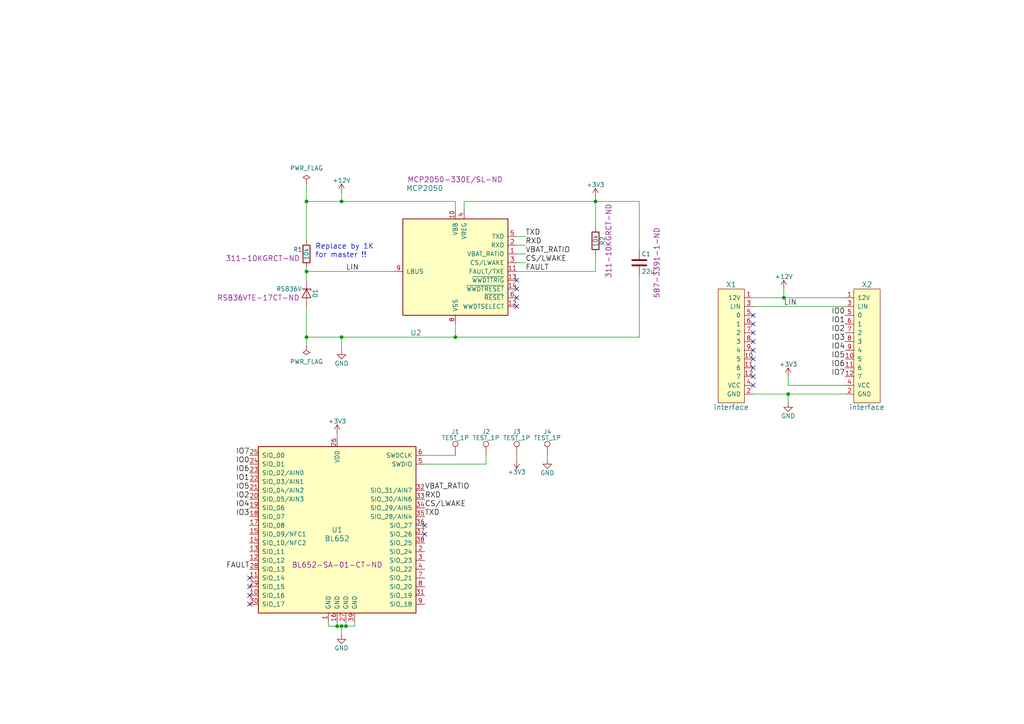
<source format=kicad_sch>
(kicad_sch (version 20230121) (generator eeschema)
  (paper "A4")
  (lib_symbols
    (symbol "bl652-rescue:+12V" (power) (pin_names (offset 0))
      (property "Value" "+12V" (at 0 3.556 0))
      (symbol "+12V_0_1"
        (polyline (pts (xy -0.762 1.27) (xy 0 2.54)))
        (polyline (pts (xy 0 0) (xy 0 2.54)))
        (polyline (pts (xy 0 2.54) (xy 0.762 1.27)))
      )
      (symbol "+12V_1_1"
        (pin power_in line (at 0 0 90) (length 0) hide (name "+12V") (number "1"))
      )
    )
    (symbol "bl652-rescue:+3V3" (power) (pin_names (offset 0))
      (property "Value" "+3V3" (at 0 3.556 0))
      (symbol "+3V3_0_1"
        (polyline (pts (xy -0.762 1.27) (xy 0 2.54)))
        (polyline (pts (xy 0 0) (xy 0 2.54)))
        (polyline (pts (xy 0 2.54) (xy 0.762 1.27)))
      )
      (symbol "+3V3_1_1"
        (pin power_in line (at 0 0 90) (length 0) hide (name "+3V3") (number "1"))
      )
    )
    (symbol "bl652-rescue:C" (pin_numbers hide) (pin_names (offset 0.254))
      (property "Reference" "C" (at 0.635 2.54 0))
      (property "Value" "C" (at 0.635 -2.54 0))
      (symbol "C_0_1"
        (polyline (pts (xy -2.032 -0.762) (xy 2.032 -0.762)) (stroke (width 0.508)))
        (polyline (pts (xy -2.032 0.762) (xy 2.032 0.762)) (stroke (width 0.508)))
      )
      (symbol "C_1_1"
        (pin passive line (at 0 3.81 270) (length 2.794) (name "~") (number "1"))
        (pin passive line (at 0 -3.81 90) (length 2.794) (name "~") (number "2"))
      )
    )
    (symbol "bl652-rescue:D_Zener" (pin_numbers hide) (pin_names (offset 1.016) hide)
      (property "Reference" "D" (at 0 2.54 0))
      (property "Value" "D_Zener" (at 0 -2.54 0))
      (symbol "D_Zener_0_1"
        (polyline (pts (xy 1.27 0) (xy -1.27 0)))
        (polyline (pts (xy -1.27 -1.27) (xy -1.27 1.27) (xy -0.762 1.27)) (stroke (width 0.2032)))
        (polyline (pts (xy 1.27 -1.27) (xy 1.27 1.27) (xy -1.27 0) (xy 1.27 -1.27)) (stroke (width 0.2032)))
      )
      (symbol "D_Zener_1_1"
        (pin passive line (at -3.81 0 0) (length 2.54) (name "K") (number "1"))
        (pin passive line (at 3.81 0 180) (length 2.54) (name "A") (number "2"))
      )
    )
    (symbol "bl652-rescue:GND" (power) (pin_names (offset 0))
      (property "Value" "GND" (at 0 -3.81 0))
      (symbol "GND_0_1"
        (polyline (pts (xy 0 0) (xy 0 -1.27) (xy 1.27 -1.27) (xy 0 -2.54) (xy -1.27 -1.27) (xy 0 -1.27)))
      )
      (symbol "GND_1_1"
        (pin power_in line (at 0 0 270) (length 0) hide (name "GND") (number "1"))
      )
    )
    (symbol "bl652-rescue:PWR_FLAG" (power) (pin_numbers hide) (pin_names (offset 0) hide)
      (property "Value" "PWR_FLAG" (at 0 3.81 0))
      (symbol "PWR_FLAG_0_0"
        (pin power_out line (at 0 0 90) (length 0) (name "pwr") (number "1"))
      )
      (symbol "PWR_FLAG_0_1"
        (polyline (pts (xy 0 0) (xy 0 1.27) (xy -1.016 1.905) (xy 0 2.54) (xy 1.016 1.905) (xy 0 1.27)))
      )
    )
    (symbol "bl652-rescue:R" (pin_numbers hide) (pin_names (offset 0))
      (property "Reference" "R" (at 2.032 0 90))
      (property "Value" "R" (at 0 0 90))
      (symbol "R_0_1"
        (rectangle (start -1.016 -2.54) (end 1.016 2.54) (stroke (width 0.254)))
      )
      (symbol "R_1_1"
        (pin passive line (at 0 3.81 270) (length 1.27) (name "~") (number "1"))
        (pin passive line (at 0 -3.81 90) (length 1.27) (name "~") (number "2"))
      )
    )
    (symbol "bl652-rescue:TEST_1P" (pin_numbers hide) (pin_names (offset 0.762) hide)
      (property "Reference" "J" (at 0 6.858 0))
      (property "Value" "TEST_1P" (at 0 5.08 0))
      (symbol "TEST_1P_0_1"
        (circle (center 0 3.302) (radius 0.762))
      )
      (symbol "TEST_1P_1_1"
        (pin passive line (at 0 0 90) (length 2.54) (name "1") (number "1"))
      )
    )
    (symbol "bl652:BL652" (pin_names (offset 1.016))
      (property "Reference" "U" (at 0 1.27 0))
      (property "Value" "BL652" (at 0 -1.27 0))
      (symbol "BL652_0_1"
        (rectangle (start 22.86 25.4) (end -22.86 -22.86) (stroke (width 0.254)) (fill (type background)))
      )
      (symbol "BL652_1_1"
        (pin power_in line (at -2.54 -25.4 90) (length 2.54) (name "GND") (number "1"))
        (pin bidirectional line (at -25.4 -17.78 0) (length 2.54) (name "SIO_16") (number "10"))
        (pin bidirectional line (at -25.4 -12.7 0) (length 2.54) (name "SIO_14") (number "11"))
        (pin bidirectional line (at -25.4 -7.62 0) (length 2.54) (name "SIO_12") (number "12"))
        (pin bidirectional line (at -25.4 -5.08 0) (length 2.54) (name "SIO_11") (number "13"))
        (pin bidirectional line (at -25.4 -2.54 0) (length 2.54) (name "SIO_10/NFC2") (number "14"))
        (pin bidirectional line (at -25.4 0 0) (length 2.54) (name "SIO_09/NFC1") (number "15"))
        (pin power_in line (at 0 -25.4 90) (length 2.54) (name "GND") (number "16"))
        (pin bidirectional line (at -25.4 2.54 0) (length 2.54) (name "SIO_08") (number "17"))
        (pin bidirectional line (at -25.4 5.08 0) (length 2.54) (name "SIO_07") (number "18"))
        (pin bidirectional line (at -25.4 7.62 0) (length 2.54) (name "SIO_06") (number "19"))
        (pin bidirectional line (at 25.4 -5.08 180) (length 2.54) (name "SIO_24") (number "2"))
        (pin bidirectional line (at -25.4 10.16 0) (length 2.54) (name "SIO_05/AIN3") (number "20"))
        (pin bidirectional line (at -25.4 12.7 0) (length 2.54) (name "SIO_04/AIN2") (number "21"))
        (pin bidirectional line (at -25.4 15.24 0) (length 2.54) (name "SIO_03/AIN1") (number "22"))
        (pin bidirectional line (at -25.4 17.78 0) (length 2.54) (name "SIO_02/AIN0") (number "23"))
        (pin bidirectional line (at -25.4 20.32 0) (length 2.54) (name "SIO_01") (number "24"))
        (pin bidirectional line (at -25.4 22.86 0) (length 2.54) (name "SIO_00") (number "25"))
        (pin power_in line (at 0 27.94 270) (length 2.54) (name "VDD") (number "26"))
        (pin power_in line (at 2.54 -25.4 90) (length 2.54) (name "GND") (number "27"))
        (pin bidirectional line (at -25.4 -10.16 0) (length 2.54) (name "SIO_13") (number "28"))
        (pin bidirectional line (at -25.4 -15.24 0) (length 2.54) (name "SIO_15") (number "29"))
        (pin bidirectional line (at 25.4 -7.62 180) (length 2.54) (name "SIO_23") (number "3"))
        (pin bidirectional line (at -25.4 -20.32 0) (length 2.54) (name "SIO_17") (number "30"))
        (pin bidirectional line (at 25.4 -17.78 180) (length 2.54) (name "SIO_19") (number "31"))
        (pin bidirectional line (at 25.4 12.7 180) (length 2.54) (name "SIO_31/AIN7") (number "32"))
        (pin bidirectional line (at 25.4 10.16 180) (length 2.54) (name "SIO_30/AIN6") (number "33"))
        (pin bidirectional line (at 25.4 7.62 180) (length 2.54) (name "SIO_29/AIN5") (number "34"))
        (pin bidirectional line (at 25.4 5.08 180) (length 2.54) (name "SIO_28/AIN4") (number "35"))
        (pin bidirectional line (at 25.4 2.54 180) (length 2.54) (name "SIO_27") (number "36"))
        (pin bidirectional line (at 25.4 0 180) (length 2.54) (name "SIO_26") (number "37"))
        (pin bidirectional line (at 25.4 -2.54 180) (length 2.54) (name "SIO_25") (number "38"))
        (pin power_in line (at 5.08 -25.4 90) (length 2.54) (name "GND") (number "39"))
        (pin bidirectional line (at 25.4 -10.16 180) (length 2.54) (name "SIO_22") (number "4"))
        (pin bidirectional line (at 25.4 20.32 180) (length 2.54) (name "SWDIO") (number "5"))
        (pin bidirectional line (at 25.4 22.86 180) (length 2.54) (name "SWDCLK") (number "6"))
        (pin bidirectional line (at 25.4 -12.7 180) (length 2.54) (name "SIO_21") (number "7"))
        (pin bidirectional line (at 25.4 -15.24 180) (length 2.54) (name "SIO_20") (number "8"))
        (pin bidirectional line (at 25.4 -20.32 180) (length 2.54) (name "SIO_18") (number "9"))
      )
    )
    (symbol "interface:interface" (pin_names (offset 1.016))
      (property "Reference" "X" (at 0 17.78 0))
      (property "Value" "interface" (at 0 -17.78 0))
      (symbol "interface_0_1"
        (rectangle (start 3.81 16.51) (end -3.81 -16.51) (fill (type background)))
      )
      (symbol "interface_1_1"
        (pin bidirectional line (at 6.35 13.97 180) (length 2.54) (name "12V") (number "1"))
        (pin bidirectional line (at 6.35 -3.81 180) (length 2.54) (name "5") (number "10"))
        (pin bidirectional line (at 6.35 -6.35 180) (length 2.54) (name "6") (number "11"))
        (pin bidirectional line (at 6.35 -8.89 180) (length 2.54) (name "7") (number "12"))
        (pin bidirectional line (at 6.35 -13.97 180) (length 2.54) (name "GND") (number "2"))
        (pin bidirectional line (at 6.35 11.43 180) (length 2.54) (name "LIN") (number "3"))
        (pin input line (at 6.35 -11.43 180) (length 2.54) (name "VCC") (number "4"))
        (pin bidirectional line (at 6.35 8.89 180) (length 2.54) (name "0") (number "5"))
        (pin bidirectional line (at 6.35 6.35 180) (length 2.54) (name "1") (number "6"))
        (pin bidirectional line (at 6.35 3.81 180) (length 2.54) (name "2") (number "7"))
        (pin bidirectional line (at 6.35 1.27 180) (length 2.54) (name "3") (number "8"))
        (pin bidirectional line (at 6.35 -1.27 180) (length 2.54) (name "4") (number "9"))
      )
    )
    (symbol "mcp2050:MCP2050" (pin_names (offset 1.016))
      (property "Reference" "U" (at -15.24 -13.97 0))
      (property "Value" "MCP2050" (at -15.24 16.51 0))
      (symbol "MCP2050_0_1"
        (rectangle (start -15.24 15.24) (end 15.24 -12.7) (stroke (width 0.254)) (fill (type background)))
      )
      (symbol "MCP2050_1_1"
        (pin output line (at 17.78 5.08 180) (length 2.54) (name "VBAT_RATIO") (number "1"))
        (pin power_in line (at 0 17.78 270) (length 2.54) (name "VBB") (number "10"))
        (pin open_collector line (at 17.78 0 180) (length 2.54) (name "FAULT/TXE") (number "11"))
        (pin input line (at 17.78 -10.16 180) (length 2.54) (name "WWDTSELECT") (number "12"))
        (pin input line (at 17.78 -2.54 180) (length 2.54) (name "~{WWDTTRIG}") (number "13"))
        (pin output line (at 17.78 -5.08 180) (length 2.54) (name "~{WWDTRESET}") (number "14"))
        (pin output line (at 17.78 7.62 180) (length 2.54) (name "RXD") (number "2"))
        (pin input line (at 17.78 2.54 180) (length 2.54) (name "CS/LWAKE") (number "3"))
        (pin power_out line (at 2.54 17.78 270) (length 2.54) (name "VREG") (number "4"))
        (pin input line (at 17.78 10.16 180) (length 2.54) (name "TXD") (number "5"))
        (pin output line (at 17.78 -7.62 180) (length 2.54) (name "~{RESET}") (number "6"))
        (pin no_connect line (at -17.78 -7.62 0) (length 2.54) hide (name "NC") (number "7"))
        (pin power_in line (at 0 -15.24 90) (length 2.54) (name "VSS") (number "8"))
        (pin open_collector line (at -17.78 0 0) (length 2.54) (name "LBUS") (number "9"))
      )
    )
  )
  (junction (at 88.9 97.79))
  (junction (at 97.79 181.61))
  (junction (at 99.06 97.79))
  (junction (at 228.6 114.3))
  (junction (at 99.06 181.61))
  (junction (at 99.06 58.42))
  (junction (at 88.9 58.42))
  (junction (at 172.72 58.42))
  (junction (at 100.33 181.61))
  (junction (at 132.08 97.79))
  (junction (at 227.33 86.36))
  (junction (at 88.9 78.74))
  (no_connect (at 218.44 96.52))
  (no_connect (at 123.19 152.4))
  (no_connect (at 72.39 175.26))
  (no_connect (at 218.44 109.22))
  (no_connect (at 149.86 86.36))
  (no_connect (at 72.39 170.18))
  (no_connect (at 72.39 172.72))
  (no_connect (at 218.44 99.06))
  (no_connect (at 218.44 93.98))
  (no_connect (at 218.44 106.68))
  (no_connect (at 218.44 101.6))
  (no_connect (at 149.86 88.9))
  (no_connect (at 72.39 167.64))
  (no_connect (at 149.86 81.28))
  (no_connect (at 218.44 91.44))
  (no_connect (at 149.86 83.82))
  (no_connect (at 218.44 111.76))
  (no_connect (at 123.19 154.94))
  (no_connect (at 218.44 104.14))
  (wire (pts (xy 99.06 58.42) (xy 132.08 58.42)))
  (wire (pts (xy 97.79 181.61) (xy 99.06 181.61)))
  (wire (pts (xy 185.42 58.42) (xy 185.42 72.39)))
  (wire (pts (xy 172.72 57.15) (xy 172.72 58.42)))
  (wire (pts (xy 228.6 109.22) (xy 228.6 111.76)))
  (wire (pts (xy 95.25 181.61) (xy 97.79 181.61)))
  (wire (pts (xy 100.33 181.61) (xy 102.87 181.61)))
  (wire (pts (xy 99.06 97.79) (xy 99.06 101.6)))
  (wire (pts (xy 123.19 134.62) (xy 140.97 134.62)))
  (wire (pts (xy 152.4 68.58) (xy 149.86 68.58)))
  (wire (pts (xy 102.87 181.61) (xy 102.87 180.34)))
  (wire (pts (xy 134.62 58.42) (xy 172.72 58.42)))
  (wire (pts (xy 152.4 73.66) (xy 149.86 73.66)))
  (wire (pts (xy 99.06 181.61) (xy 99.06 184.15)))
  (wire (pts (xy 88.9 97.79) (xy 99.06 97.79)))
  (wire (pts (xy 132.08 97.79) (xy 185.42 97.79)))
  (wire (pts (xy 99.06 181.61) (xy 100.33 181.61)))
  (wire (pts (xy 218.44 114.3) (xy 228.6 114.3)))
  (wire (pts (xy 227.33 83.82) (xy 227.33 86.36)))
  (wire (pts (xy 227.33 86.36) (xy 245.11 86.36)))
  (wire (pts (xy 218.44 86.36) (xy 227.33 86.36)))
  (wire (pts (xy 172.72 58.42) (xy 185.42 58.42)))
  (wire (pts (xy 185.42 97.79) (xy 185.42 80.01)))
  (wire (pts (xy 88.9 88.9) (xy 88.9 97.79)))
  (wire (pts (xy 97.79 127) (xy 97.79 125.73)))
  (wire (pts (xy 245.11 88.9) (xy 218.44 88.9)))
  (wire (pts (xy 134.62 60.96) (xy 134.62 58.42)))
  (wire (pts (xy 149.86 71.12) (xy 152.4 71.12)))
  (wire (pts (xy 132.08 58.42) (xy 132.08 60.96)))
  (wire (pts (xy 100.33 180.34) (xy 100.33 181.61)))
  (wire (pts (xy 123.19 132.08) (xy 132.08 132.08)))
  (wire (pts (xy 88.9 97.79) (xy 88.9 100.33)))
  (wire (pts (xy 95.25 180.34) (xy 95.25 181.61)))
  (wire (pts (xy 172.72 78.74) (xy 149.86 78.74)))
  (wire (pts (xy 88.9 78.74) (xy 114.3 78.74)))
  (wire (pts (xy 88.9 58.42) (xy 88.9 69.85)))
  (wire (pts (xy 149.86 76.2) (xy 152.4 76.2)))
  (wire (pts (xy 228.6 111.76) (xy 245.11 111.76)))
  (wire (pts (xy 158.75 133.35) (xy 158.75 132.08)))
  (wire (pts (xy 88.9 78.74) (xy 88.9 81.28)))
  (wire (pts (xy 88.9 53.34) (xy 88.9 58.42)))
  (wire (pts (xy 172.72 58.42) (xy 172.72 66.04)))
  (wire (pts (xy 228.6 116.84) (xy 228.6 114.3)))
  (wire (pts (xy 149.86 133.35) (xy 149.86 132.08)))
  (wire (pts (xy 99.06 58.42) (xy 99.06 55.88)))
  (wire (pts (xy 88.9 58.42) (xy 99.06 58.42)))
  (wire (pts (xy 228.6 114.3) (xy 245.11 114.3)))
  (wire (pts (xy 99.06 97.79) (xy 132.08 97.79)))
  (wire (pts (xy 97.79 180.34) (xy 97.79 181.61)))
  (wire (pts (xy 132.08 97.79) (xy 132.08 93.98)))
  (wire (pts (xy 140.97 134.62) (xy 140.97 132.08)))
  (wire (pts (xy 88.9 77.47) (xy 88.9 78.74)))
  (wire (pts (xy 172.72 73.66) (xy 172.72 78.74)))
  (text "Replace by 1K\nfor master !!" (at 91.44 74.93 0) (effects (font (size 1.524 1.524)) (justify left bottom)))
  (label "IO1" (at 245.11 93.98 180) (effects (font (size 1.524 1.524))))
  (label "LIN" (at 100.33 78.74 0) (effects (font (size 1.524 1.524))))
  (label "IO4" (at 245.11 101.6 180) (effects (font (size 1.524 1.524))))
  (label "IO6" (at 245.11 106.68 180) (effects (font (size 1.524 1.524))))
  (label "CS/LWAKE" (at 152.4 76.2 0) (effects (font (size 1.524 1.524))))
  (label "IO3" (at 245.11 99.06 180) (effects (font (size 1.524 1.524))))
  (label "RXD" (at 152.4 71.12 0) (effects (font (size 1.524 1.524))))
  (label "IO7" (at 245.11 109.22 180) (effects (font (size 1.524 1.524))))
  (label "CS/LWAKE" (at 123.19 147.32 0) (effects (font (size 1.524 1.524))))
  (label "TXD" (at 152.4 68.58 0) (effects (font (size 1.524 1.524))))
  (label "VBAT_RATIO" (at 123.19 142.24 0) (effects (font (size 1.524 1.524))))
  (label "IO6" (at 72.39 137.16 180) (effects (font (size 1.524 1.524))))
  (label "IO1" (at 72.39 139.7 180) (effects (font (size 1.524 1.524))))
  (label "IO5" (at 245.11 104.14 180) (effects (font (size 1.524 1.524))))
  (label "LIN" (at 227.33 88.9 0) (effects (font (size 1.524 1.524))))
  (label "IO2" (at 245.11 96.52 180) (effects (font (size 1.524 1.524))))
  (label "FAULT" (at 72.39 165.1 180) (effects (font (size 1.524 1.524))))
  (label "IO2" (at 72.39 144.78 180) (effects (font (size 1.524 1.524))))
  (label "IO4" (at 72.39 147.32 180) (effects (font (size 1.524 1.524))))
  (label "RXD" (at 123.19 144.78 0) (effects (font (size 1.524 1.524))))
  (label "IO5" (at 72.39 142.24 180) (effects (font (size 1.524 1.524))))
  (label "IO3" (at 72.39 149.86 180) (effects (font (size 1.524 1.524))))
  (label "IO0" (at 72.39 134.62 180) (effects (font (size 1.524 1.524))))
  (label "IO7" (at 72.39 132.08 180) (effects (font (size 1.524 1.524))))
  (label "IO0" (at 245.11 91.44 180) (effects (font (size 1.524 1.524))))
  (label "FAULT" (at 152.4 78.74 0) (effects (font (size 1.524 1.524))))
  (label "VBAT_RATIO" (at 152.4 73.66 0) (effects (font (size 1.524 1.524))))
  (label "TXD" (at 123.19 149.86 0) (effects (font (size 1.524 1.524))))
  (symbol (lib_id "bl652:BL652") (at 97.79 154.94 0) (unit 1)
    (property "Reference" "U1" (at 97.79 153.67 0) (effects (font (size 1.524 1.524))))
    (property "Value" "BL652" (at 97.79 156.21 0) (effects (font (size 1.524 1.524))))
    (property "Footprint" "RF_Modules:Laird_BL652" (effects hide))
    (property "DIGIKEY" "BL652-SA-01-CT-ND" (at 97.79 163.83 0) (effects (font (size 1.524 1.524))))
  )
  (symbol (lib_id "bl652-rescue:GND") (at 99.06 101.6 0) (unit 1)
    (property "Reference" "#PWR01" (effects hide))
    (property "Value" "GND" (at 99.06 105.41 0))
  )
  (symbol (lib_id "bl652-rescue:GND") (at 99.06 184.15 0) (unit 1)
    (property "Reference" "#PWR02" (effects hide))
    (property "Value" "GND" (at 99.06 187.96 0))
  )
  (symbol (lib_id "mcp2050:MCP2050") (at 132.08 78.74 0) (unit 1)
    (property "Reference" "U2" (at 120.65 96.52 0) (effects (font (size 1.524 1.524))))
    (property "Value" "MCP2050" (at 123.19 54.61 0) (effects (font (size 1.524 1.524))))
    (property "Footprint" "Housings_SOIC:SOIC-14_3.9x8.7mm_Pitch1.27mm" (effects hide))
    (property "Datasheet" "http://ww1.microchip.com/downloads/en/devicedoc/20002299c.pdf" (effects hide))
    (property "DIGIKEY" "MCP2050-330E/SL-ND" (at 118.11 52.07 0) (effects (font (size 1.524 1.524)) (justify left)))
  )
  (symbol (lib_id "bl652-rescue:+12V") (at 99.06 55.88 0) (unit 1)
    (property "Reference" "#PWR03" (effects hide))
    (property "Value" "+12V" (at 99.06 52.324 0))
  )
  (symbol (lib_id "bl652-rescue:R") (at 172.72 69.85 0) (unit 1)
    (property "Reference" "R2" (at 174.752 69.85 90))
    (property "Value" "10k" (at 172.72 69.85 90))
    (property "Footprint" "Resistors_SMD:R_0603_HandSoldering" (effects hide))
    (property "DIGIKEY" "311-10KGRCT-ND" (at 176.53 69.85 90) (effects (font (size 1.524 1.524))))
  )
  (symbol (lib_id "bl652-rescue:PWR_FLAG") (at 88.9 53.34 0) (unit 1)
    (property "Reference" "#FLG04" (effects hide))
    (property "Value" "PWR_FLAG" (at 88.9 48.768 0))
  )
  (symbol (lib_id "bl652-rescue:PWR_FLAG") (at 88.9 100.33 180) (unit 1)
    (property "Reference" "#FLG05" (effects hide))
    (property "Value" "PWR_FLAG" (at 88.9 104.902 0))
  )
  (symbol (lib_id "bl652-rescue:D_Zener") (at 88.9 85.09 270) (unit 1)
    (property "Reference" "D1" (at 91.44 85.09 0))
    (property "Value" "RSB36V" (at 83.82 83.82 90))
    (property "Footprint" "Diodes_SMD:D_SOD-323_HandSoldering" (effects hide))
    (property "Datasheet" "http://rohmfs.rohm.com/en/products/databook/datasheet/discrete/diode/zener/rsb36v.pdf" (effects hide))
    (property "DIGIKEY" "RSB36VTE-17CT-ND" (at 74.93 86.36 90) (effects (font (size 1.524 1.524))))
  )
  (symbol (lib_id "bl652-rescue:+3V3") (at 172.72 57.15 0) (unit 1)
    (property "Reference" "#PWR06" (effects hide))
    (property "Value" "+3V3" (at 172.72 53.594 0))
  )
  (symbol (lib_id "bl652-rescue:R") (at 88.9 73.66 0) (unit 1)
    (property "Reference" "R1" (at 86.36 72.39 0))
    (property "Value" "10k" (at 88.9 73.66 90))
    (property "Footprint" "Resistors_SMD:R_0603_HandSoldering" (effects hide))
    (property "DIGIKEY" "311-10KGRCT-ND" (at 76.2 74.93 0) (effects (font (size 1.524 1.524))))
  )
  (symbol (lib_id "bl652-rescue:+3V3") (at 97.79 125.73 0) (unit 1)
    (property "Reference" "#PWR07" (effects hide))
    (property "Value" "+3V3" (at 97.79 122.174 0))
  )
  (symbol (lib_id "interface:interface") (at 212.09 100.33 0) (unit 1)
    (property "Reference" "X1" (at 212.09 82.55 0) (effects (font (size 1.524 1.524))))
    (property "Value" "interface" (at 212.09 118.11 0) (effects (font (size 1.524 1.524))))
    (property "Footprint" "interface:interface" (effects hide))
  )
  (symbol (lib_id "interface:interface") (at 251.46 100.33 0) (mirror y) (unit 1)
    (property "Reference" "X2" (at 251.46 82.55 0) (effects (font (size 1.524 1.524))))
    (property "Value" "interface" (at 251.46 118.11 0) (effects (font (size 1.524 1.524))))
    (property "Footprint" "interface:interface" (effects hide))
  )
  (symbol (lib_id "bl652-rescue:+12V") (at 227.33 83.82 0) (unit 1)
    (property "Reference" "#PWR08" (effects hide))
    (property "Value" "+12V" (at 227.33 80.264 0))
  )
  (symbol (lib_id "bl652-rescue:+3V3") (at 228.6 109.22 0) (unit 1)
    (property "Reference" "#PWR09" (effects hide))
    (property "Value" "+3V3" (at 228.6 105.664 0))
  )
  (symbol (lib_id "bl652-rescue:GND") (at 228.6 116.84 0) (unit 1)
    (property "Reference" "#PWR010" (effects hide))
    (property "Value" "GND" (at 228.6 120.65 0))
  )
  (symbol (lib_id "bl652-rescue:C") (at 185.42 76.2 0) (unit 1)
    (property "Reference" "C1" (at 186.055 73.66 0) (effects (justify left)))
    (property "Value" "22u" (at 186.055 78.74 0) (effects (justify left)))
    (property "Footprint" "Capacitors_SMD:C_0805_HandSoldering" (effects hide))
    (property "DIGIKEY" "587-3391-1-ND" (at 190.5 76.2 90) (effects (font (size 1.524 1.524))))
  )
  (symbol (lib_id "bl652-rescue:TEST_1P") (at 132.08 132.08 0) (unit 1)
    (property "Reference" "J1" (at 132.08 125.222 0))
    (property "Value" "TEST_1P" (at 132.08 127 0))
    (property "Footprint" "Measurement_Points:Measurement_Point_Square-SMD-Pad_Small" (effects hide))
  )
  (symbol (lib_id "bl652-rescue:TEST_1P") (at 140.97 132.08 0) (unit 1)
    (property "Reference" "J2" (at 140.97 125.222 0))
    (property "Value" "TEST_1P" (at 140.97 127 0))
    (property "Footprint" "Measurement_Points:Measurement_Point_Square-SMD-Pad_Small" (effects hide))
  )
  (symbol (lib_id "bl652-rescue:TEST_1P") (at 149.86 132.08 0) (unit 1)
    (property "Reference" "J3" (at 149.86 125.222 0))
    (property "Value" "TEST_1P" (at 149.86 127 0))
    (property "Footprint" "Measurement_Points:Measurement_Point_Square-SMD-Pad_Small" (effects hide))
  )
  (symbol (lib_id "bl652-rescue:+3V3") (at 149.86 133.35 180) (unit 1)
    (property "Reference" "#PWR011" (effects hide))
    (property "Value" "+3V3" (at 149.86 136.906 0))
  )
  (symbol (lib_id "bl652-rescue:GND") (at 158.75 133.35 0) (unit 1)
    (property "Reference" "#PWR012" (effects hide))
    (property "Value" "GND" (at 158.75 137.16 0))
  )
  (symbol (lib_id "bl652-rescue:TEST_1P") (at 158.75 132.08 0) (unit 1)
    (property "Reference" "J4" (at 158.75 125.222 0))
    (property "Value" "TEST_1P" (at 158.75 127 0))
    (property "Footprint" "Measurement_Points:Measurement_Point_Square-SMD-Pad_Small" (effects hide))
  )
)
</source>
